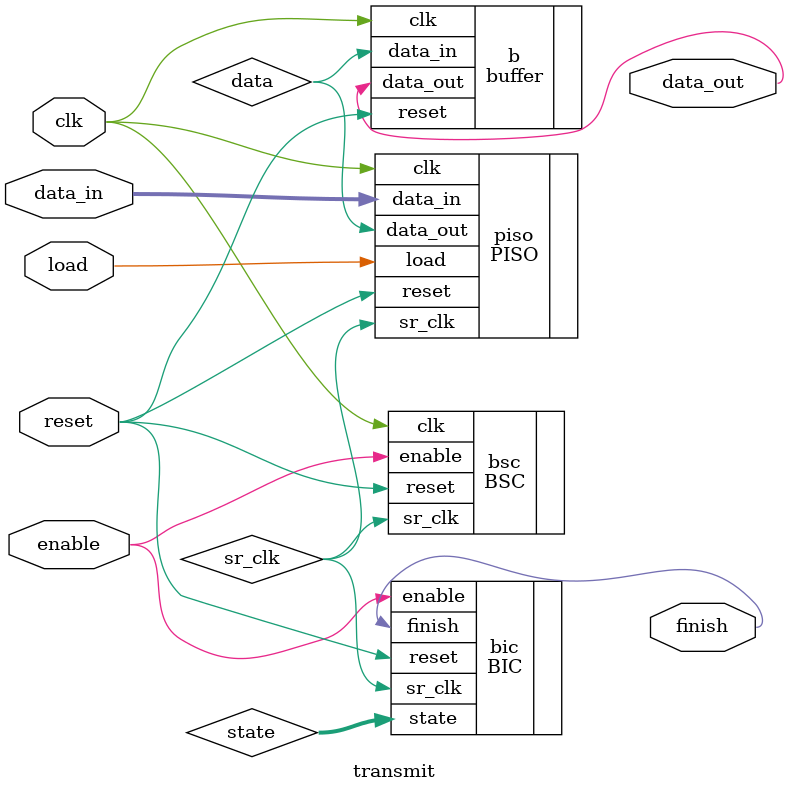
<source format=sv>
module transmit(data_in, enable, reset, clk, load, data_out, finish);
	input [7:0] data_in;
	input enable, load;
	input reset, clk;
	output data_out;
	output finish;

	wire sr_clk;
	wire data;
	wire [3:0] state;

	BSC bsc(.reset, .enable, .clk, .sr_clk);
	BIC bic(.sr_clk, .enable, .reset, .finish, .state);
	PISO piso(.sr_clk, .clk, .reset, .data_in, .data_out(data), .load);
	buffer b(.clk, .reset, .data_in(data), .data_out);
endmodule

</source>
